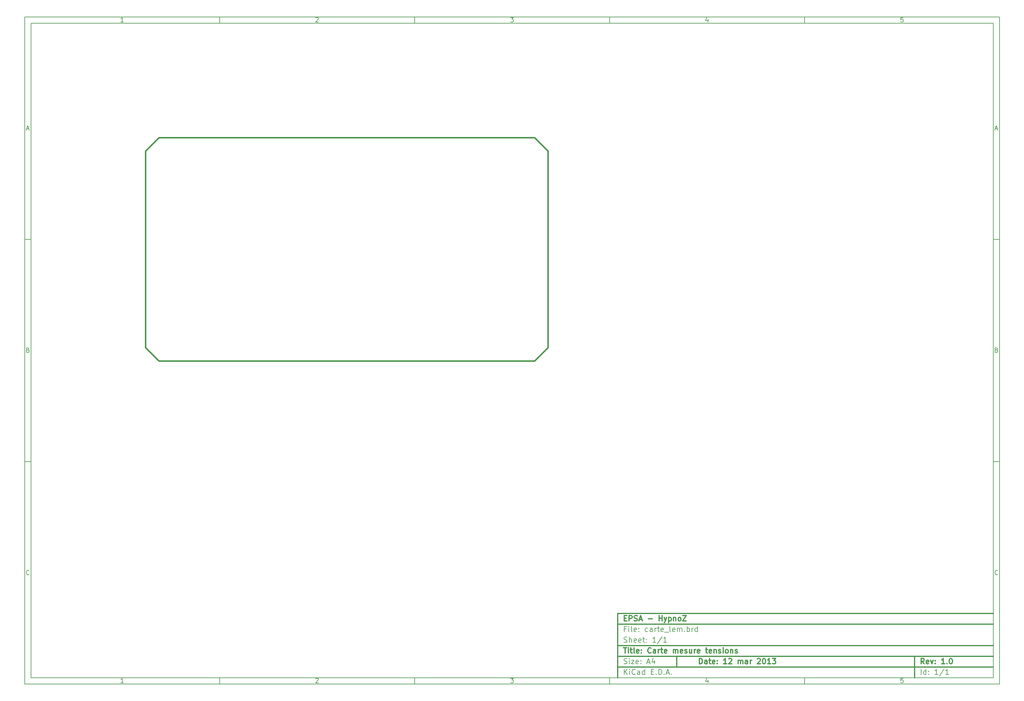
<source format=gbr>
G04 (created by PCBNEW-RS274X (2012-01-19 BZR 3256)-stable) date 12/03/2013 15:31:54*
G01*
G70*
G90*
%MOIN*%
G04 Gerber Fmt 3.4, Leading zero omitted, Abs format*
%FSLAX34Y34*%
G04 APERTURE LIST*
%ADD10C,0.006000*%
%ADD11C,0.012000*%
%ADD12C,0.015000*%
G04 APERTURE END LIST*
G54D10*
X04000Y-04000D02*
X113000Y-04000D01*
X113000Y-78670D01*
X04000Y-78670D01*
X04000Y-04000D01*
X04700Y-04700D02*
X112300Y-04700D01*
X112300Y-77970D01*
X04700Y-77970D01*
X04700Y-04700D01*
X25800Y-04000D02*
X25800Y-04700D01*
X15043Y-04552D02*
X14757Y-04552D01*
X14900Y-04552D02*
X14900Y-04052D01*
X14852Y-04124D01*
X14805Y-04171D01*
X14757Y-04195D01*
X25800Y-78670D02*
X25800Y-77970D01*
X15043Y-78522D02*
X14757Y-78522D01*
X14900Y-78522D02*
X14900Y-78022D01*
X14852Y-78094D01*
X14805Y-78141D01*
X14757Y-78165D01*
X47600Y-04000D02*
X47600Y-04700D01*
X36557Y-04100D02*
X36581Y-04076D01*
X36629Y-04052D01*
X36748Y-04052D01*
X36795Y-04076D01*
X36819Y-04100D01*
X36843Y-04148D01*
X36843Y-04195D01*
X36819Y-04267D01*
X36533Y-04552D01*
X36843Y-04552D01*
X47600Y-78670D02*
X47600Y-77970D01*
X36557Y-78070D02*
X36581Y-78046D01*
X36629Y-78022D01*
X36748Y-78022D01*
X36795Y-78046D01*
X36819Y-78070D01*
X36843Y-78118D01*
X36843Y-78165D01*
X36819Y-78237D01*
X36533Y-78522D01*
X36843Y-78522D01*
X69400Y-04000D02*
X69400Y-04700D01*
X58333Y-04052D02*
X58643Y-04052D01*
X58476Y-04243D01*
X58548Y-04243D01*
X58595Y-04267D01*
X58619Y-04290D01*
X58643Y-04338D01*
X58643Y-04457D01*
X58619Y-04505D01*
X58595Y-04529D01*
X58548Y-04552D01*
X58405Y-04552D01*
X58357Y-04529D01*
X58333Y-04505D01*
X69400Y-78670D02*
X69400Y-77970D01*
X58333Y-78022D02*
X58643Y-78022D01*
X58476Y-78213D01*
X58548Y-78213D01*
X58595Y-78237D01*
X58619Y-78260D01*
X58643Y-78308D01*
X58643Y-78427D01*
X58619Y-78475D01*
X58595Y-78499D01*
X58548Y-78522D01*
X58405Y-78522D01*
X58357Y-78499D01*
X58333Y-78475D01*
X91200Y-04000D02*
X91200Y-04700D01*
X80395Y-04219D02*
X80395Y-04552D01*
X80276Y-04029D02*
X80157Y-04386D01*
X80467Y-04386D01*
X91200Y-78670D02*
X91200Y-77970D01*
X80395Y-78189D02*
X80395Y-78522D01*
X80276Y-77999D02*
X80157Y-78356D01*
X80467Y-78356D01*
X102219Y-04052D02*
X101981Y-04052D01*
X101957Y-04290D01*
X101981Y-04267D01*
X102029Y-04243D01*
X102148Y-04243D01*
X102195Y-04267D01*
X102219Y-04290D01*
X102243Y-04338D01*
X102243Y-04457D01*
X102219Y-04505D01*
X102195Y-04529D01*
X102148Y-04552D01*
X102029Y-04552D01*
X101981Y-04529D01*
X101957Y-04505D01*
X102219Y-78022D02*
X101981Y-78022D01*
X101957Y-78260D01*
X101981Y-78237D01*
X102029Y-78213D01*
X102148Y-78213D01*
X102195Y-78237D01*
X102219Y-78260D01*
X102243Y-78308D01*
X102243Y-78427D01*
X102219Y-78475D01*
X102195Y-78499D01*
X102148Y-78522D01*
X102029Y-78522D01*
X101981Y-78499D01*
X101957Y-78475D01*
X04000Y-28890D02*
X04700Y-28890D01*
X04231Y-16510D02*
X04469Y-16510D01*
X04184Y-16652D02*
X04350Y-16152D01*
X04517Y-16652D01*
X113000Y-28890D02*
X112300Y-28890D01*
X112531Y-16510D02*
X112769Y-16510D01*
X112484Y-16652D02*
X112650Y-16152D01*
X112817Y-16652D01*
X04000Y-53780D02*
X04700Y-53780D01*
X04386Y-41280D02*
X04457Y-41304D01*
X04481Y-41328D01*
X04505Y-41376D01*
X04505Y-41447D01*
X04481Y-41495D01*
X04457Y-41519D01*
X04410Y-41542D01*
X04219Y-41542D01*
X04219Y-41042D01*
X04386Y-41042D01*
X04433Y-41066D01*
X04457Y-41090D01*
X04481Y-41138D01*
X04481Y-41185D01*
X04457Y-41233D01*
X04433Y-41257D01*
X04386Y-41280D01*
X04219Y-41280D01*
X113000Y-53780D02*
X112300Y-53780D01*
X112686Y-41280D02*
X112757Y-41304D01*
X112781Y-41328D01*
X112805Y-41376D01*
X112805Y-41447D01*
X112781Y-41495D01*
X112757Y-41519D01*
X112710Y-41542D01*
X112519Y-41542D01*
X112519Y-41042D01*
X112686Y-41042D01*
X112733Y-41066D01*
X112757Y-41090D01*
X112781Y-41138D01*
X112781Y-41185D01*
X112757Y-41233D01*
X112733Y-41257D01*
X112686Y-41280D01*
X112519Y-41280D01*
X04505Y-66385D02*
X04481Y-66409D01*
X04410Y-66432D01*
X04362Y-66432D01*
X04290Y-66409D01*
X04243Y-66361D01*
X04219Y-66313D01*
X04195Y-66218D01*
X04195Y-66147D01*
X04219Y-66051D01*
X04243Y-66004D01*
X04290Y-65956D01*
X04362Y-65932D01*
X04410Y-65932D01*
X04481Y-65956D01*
X04505Y-65980D01*
X112805Y-66385D02*
X112781Y-66409D01*
X112710Y-66432D01*
X112662Y-66432D01*
X112590Y-66409D01*
X112543Y-66361D01*
X112519Y-66313D01*
X112495Y-66218D01*
X112495Y-66147D01*
X112519Y-66051D01*
X112543Y-66004D01*
X112590Y-65956D01*
X112662Y-65932D01*
X112710Y-65932D01*
X112781Y-65956D01*
X112805Y-65980D01*
G54D11*
X79443Y-76413D02*
X79443Y-75813D01*
X79586Y-75813D01*
X79671Y-75841D01*
X79729Y-75899D01*
X79757Y-75956D01*
X79786Y-76070D01*
X79786Y-76156D01*
X79757Y-76270D01*
X79729Y-76327D01*
X79671Y-76384D01*
X79586Y-76413D01*
X79443Y-76413D01*
X80300Y-76413D02*
X80300Y-76099D01*
X80271Y-76041D01*
X80214Y-76013D01*
X80100Y-76013D01*
X80043Y-76041D01*
X80300Y-76384D02*
X80243Y-76413D01*
X80100Y-76413D01*
X80043Y-76384D01*
X80014Y-76327D01*
X80014Y-76270D01*
X80043Y-76213D01*
X80100Y-76184D01*
X80243Y-76184D01*
X80300Y-76156D01*
X80500Y-76013D02*
X80729Y-76013D01*
X80586Y-75813D02*
X80586Y-76327D01*
X80614Y-76384D01*
X80672Y-76413D01*
X80729Y-76413D01*
X81157Y-76384D02*
X81100Y-76413D01*
X80986Y-76413D01*
X80929Y-76384D01*
X80900Y-76327D01*
X80900Y-76099D01*
X80929Y-76041D01*
X80986Y-76013D01*
X81100Y-76013D01*
X81157Y-76041D01*
X81186Y-76099D01*
X81186Y-76156D01*
X80900Y-76213D01*
X81443Y-76356D02*
X81471Y-76384D01*
X81443Y-76413D01*
X81414Y-76384D01*
X81443Y-76356D01*
X81443Y-76413D01*
X81443Y-76041D02*
X81471Y-76070D01*
X81443Y-76099D01*
X81414Y-76070D01*
X81443Y-76041D01*
X81443Y-76099D01*
X82500Y-76413D02*
X82157Y-76413D01*
X82329Y-76413D02*
X82329Y-75813D01*
X82272Y-75899D01*
X82214Y-75956D01*
X82157Y-75984D01*
X82728Y-75870D02*
X82757Y-75841D01*
X82814Y-75813D01*
X82957Y-75813D01*
X83014Y-75841D01*
X83043Y-75870D01*
X83071Y-75927D01*
X83071Y-75984D01*
X83043Y-76070D01*
X82700Y-76413D01*
X83071Y-76413D01*
X83785Y-76413D02*
X83785Y-76013D01*
X83785Y-76070D02*
X83813Y-76041D01*
X83871Y-76013D01*
X83956Y-76013D01*
X84013Y-76041D01*
X84042Y-76099D01*
X84042Y-76413D01*
X84042Y-76099D02*
X84071Y-76041D01*
X84128Y-76013D01*
X84213Y-76013D01*
X84271Y-76041D01*
X84299Y-76099D01*
X84299Y-76413D01*
X84842Y-76413D02*
X84842Y-76099D01*
X84813Y-76041D01*
X84756Y-76013D01*
X84642Y-76013D01*
X84585Y-76041D01*
X84842Y-76384D02*
X84785Y-76413D01*
X84642Y-76413D01*
X84585Y-76384D01*
X84556Y-76327D01*
X84556Y-76270D01*
X84585Y-76213D01*
X84642Y-76184D01*
X84785Y-76184D01*
X84842Y-76156D01*
X85128Y-76413D02*
X85128Y-76013D01*
X85128Y-76127D02*
X85156Y-76070D01*
X85185Y-76041D01*
X85242Y-76013D01*
X85299Y-76013D01*
X85927Y-75870D02*
X85956Y-75841D01*
X86013Y-75813D01*
X86156Y-75813D01*
X86213Y-75841D01*
X86242Y-75870D01*
X86270Y-75927D01*
X86270Y-75984D01*
X86242Y-76070D01*
X85899Y-76413D01*
X86270Y-76413D01*
X86641Y-75813D02*
X86698Y-75813D01*
X86755Y-75841D01*
X86784Y-75870D01*
X86813Y-75927D01*
X86841Y-76041D01*
X86841Y-76184D01*
X86813Y-76299D01*
X86784Y-76356D01*
X86755Y-76384D01*
X86698Y-76413D01*
X86641Y-76413D01*
X86584Y-76384D01*
X86555Y-76356D01*
X86527Y-76299D01*
X86498Y-76184D01*
X86498Y-76041D01*
X86527Y-75927D01*
X86555Y-75870D01*
X86584Y-75841D01*
X86641Y-75813D01*
X87412Y-76413D02*
X87069Y-76413D01*
X87241Y-76413D02*
X87241Y-75813D01*
X87184Y-75899D01*
X87126Y-75956D01*
X87069Y-75984D01*
X87612Y-75813D02*
X87983Y-75813D01*
X87783Y-76041D01*
X87869Y-76041D01*
X87926Y-76070D01*
X87955Y-76099D01*
X87983Y-76156D01*
X87983Y-76299D01*
X87955Y-76356D01*
X87926Y-76384D01*
X87869Y-76413D01*
X87697Y-76413D01*
X87640Y-76384D01*
X87612Y-76356D01*
G54D10*
X71043Y-77613D02*
X71043Y-77013D01*
X71386Y-77613D02*
X71129Y-77270D01*
X71386Y-77013D02*
X71043Y-77356D01*
X71643Y-77613D02*
X71643Y-77213D01*
X71643Y-77013D02*
X71614Y-77041D01*
X71643Y-77070D01*
X71671Y-77041D01*
X71643Y-77013D01*
X71643Y-77070D01*
X72272Y-77556D02*
X72243Y-77584D01*
X72157Y-77613D01*
X72100Y-77613D01*
X72015Y-77584D01*
X71957Y-77527D01*
X71929Y-77470D01*
X71900Y-77356D01*
X71900Y-77270D01*
X71929Y-77156D01*
X71957Y-77099D01*
X72015Y-77041D01*
X72100Y-77013D01*
X72157Y-77013D01*
X72243Y-77041D01*
X72272Y-77070D01*
X72786Y-77613D02*
X72786Y-77299D01*
X72757Y-77241D01*
X72700Y-77213D01*
X72586Y-77213D01*
X72529Y-77241D01*
X72786Y-77584D02*
X72729Y-77613D01*
X72586Y-77613D01*
X72529Y-77584D01*
X72500Y-77527D01*
X72500Y-77470D01*
X72529Y-77413D01*
X72586Y-77384D01*
X72729Y-77384D01*
X72786Y-77356D01*
X73329Y-77613D02*
X73329Y-77013D01*
X73329Y-77584D02*
X73272Y-77613D01*
X73158Y-77613D01*
X73100Y-77584D01*
X73072Y-77556D01*
X73043Y-77499D01*
X73043Y-77327D01*
X73072Y-77270D01*
X73100Y-77241D01*
X73158Y-77213D01*
X73272Y-77213D01*
X73329Y-77241D01*
X74072Y-77299D02*
X74272Y-77299D01*
X74358Y-77613D02*
X74072Y-77613D01*
X74072Y-77013D01*
X74358Y-77013D01*
X74615Y-77556D02*
X74643Y-77584D01*
X74615Y-77613D01*
X74586Y-77584D01*
X74615Y-77556D01*
X74615Y-77613D01*
X74901Y-77613D02*
X74901Y-77013D01*
X75044Y-77013D01*
X75129Y-77041D01*
X75187Y-77099D01*
X75215Y-77156D01*
X75244Y-77270D01*
X75244Y-77356D01*
X75215Y-77470D01*
X75187Y-77527D01*
X75129Y-77584D01*
X75044Y-77613D01*
X74901Y-77613D01*
X75501Y-77556D02*
X75529Y-77584D01*
X75501Y-77613D01*
X75472Y-77584D01*
X75501Y-77556D01*
X75501Y-77613D01*
X75758Y-77441D02*
X76044Y-77441D01*
X75701Y-77613D02*
X75901Y-77013D01*
X76101Y-77613D01*
X76301Y-77556D02*
X76329Y-77584D01*
X76301Y-77613D01*
X76272Y-77584D01*
X76301Y-77556D01*
X76301Y-77613D01*
G54D11*
X104586Y-76413D02*
X104386Y-76127D01*
X104243Y-76413D02*
X104243Y-75813D01*
X104471Y-75813D01*
X104529Y-75841D01*
X104557Y-75870D01*
X104586Y-75927D01*
X104586Y-76013D01*
X104557Y-76070D01*
X104529Y-76099D01*
X104471Y-76127D01*
X104243Y-76127D01*
X105071Y-76384D02*
X105014Y-76413D01*
X104900Y-76413D01*
X104843Y-76384D01*
X104814Y-76327D01*
X104814Y-76099D01*
X104843Y-76041D01*
X104900Y-76013D01*
X105014Y-76013D01*
X105071Y-76041D01*
X105100Y-76099D01*
X105100Y-76156D01*
X104814Y-76213D01*
X105300Y-76013D02*
X105443Y-76413D01*
X105585Y-76013D01*
X105814Y-76356D02*
X105842Y-76384D01*
X105814Y-76413D01*
X105785Y-76384D01*
X105814Y-76356D01*
X105814Y-76413D01*
X105814Y-76041D02*
X105842Y-76070D01*
X105814Y-76099D01*
X105785Y-76070D01*
X105814Y-76041D01*
X105814Y-76099D01*
X106871Y-76413D02*
X106528Y-76413D01*
X106700Y-76413D02*
X106700Y-75813D01*
X106643Y-75899D01*
X106585Y-75956D01*
X106528Y-75984D01*
X107128Y-76356D02*
X107156Y-76384D01*
X107128Y-76413D01*
X107099Y-76384D01*
X107128Y-76356D01*
X107128Y-76413D01*
X107528Y-75813D02*
X107585Y-75813D01*
X107642Y-75841D01*
X107671Y-75870D01*
X107700Y-75927D01*
X107728Y-76041D01*
X107728Y-76184D01*
X107700Y-76299D01*
X107671Y-76356D01*
X107642Y-76384D01*
X107585Y-76413D01*
X107528Y-76413D01*
X107471Y-76384D01*
X107442Y-76356D01*
X107414Y-76299D01*
X107385Y-76184D01*
X107385Y-76041D01*
X107414Y-75927D01*
X107442Y-75870D01*
X107471Y-75841D01*
X107528Y-75813D01*
G54D10*
X71014Y-76384D02*
X71100Y-76413D01*
X71243Y-76413D01*
X71300Y-76384D01*
X71329Y-76356D01*
X71357Y-76299D01*
X71357Y-76241D01*
X71329Y-76184D01*
X71300Y-76156D01*
X71243Y-76127D01*
X71129Y-76099D01*
X71071Y-76070D01*
X71043Y-76041D01*
X71014Y-75984D01*
X71014Y-75927D01*
X71043Y-75870D01*
X71071Y-75841D01*
X71129Y-75813D01*
X71271Y-75813D01*
X71357Y-75841D01*
X71614Y-76413D02*
X71614Y-76013D01*
X71614Y-75813D02*
X71585Y-75841D01*
X71614Y-75870D01*
X71642Y-75841D01*
X71614Y-75813D01*
X71614Y-75870D01*
X71843Y-76013D02*
X72157Y-76013D01*
X71843Y-76413D01*
X72157Y-76413D01*
X72614Y-76384D02*
X72557Y-76413D01*
X72443Y-76413D01*
X72386Y-76384D01*
X72357Y-76327D01*
X72357Y-76099D01*
X72386Y-76041D01*
X72443Y-76013D01*
X72557Y-76013D01*
X72614Y-76041D01*
X72643Y-76099D01*
X72643Y-76156D01*
X72357Y-76213D01*
X72900Y-76356D02*
X72928Y-76384D01*
X72900Y-76413D01*
X72871Y-76384D01*
X72900Y-76356D01*
X72900Y-76413D01*
X72900Y-76041D02*
X72928Y-76070D01*
X72900Y-76099D01*
X72871Y-76070D01*
X72900Y-76041D01*
X72900Y-76099D01*
X73614Y-76241D02*
X73900Y-76241D01*
X73557Y-76413D02*
X73757Y-75813D01*
X73957Y-76413D01*
X74414Y-76013D02*
X74414Y-76413D01*
X74271Y-75784D02*
X74128Y-76213D01*
X74500Y-76213D01*
X104243Y-77613D02*
X104243Y-77013D01*
X104786Y-77613D02*
X104786Y-77013D01*
X104786Y-77584D02*
X104729Y-77613D01*
X104615Y-77613D01*
X104557Y-77584D01*
X104529Y-77556D01*
X104500Y-77499D01*
X104500Y-77327D01*
X104529Y-77270D01*
X104557Y-77241D01*
X104615Y-77213D01*
X104729Y-77213D01*
X104786Y-77241D01*
X105072Y-77556D02*
X105100Y-77584D01*
X105072Y-77613D01*
X105043Y-77584D01*
X105072Y-77556D01*
X105072Y-77613D01*
X105072Y-77241D02*
X105100Y-77270D01*
X105072Y-77299D01*
X105043Y-77270D01*
X105072Y-77241D01*
X105072Y-77299D01*
X106129Y-77613D02*
X105786Y-77613D01*
X105958Y-77613D02*
X105958Y-77013D01*
X105901Y-77099D01*
X105843Y-77156D01*
X105786Y-77184D01*
X106814Y-76984D02*
X106300Y-77756D01*
X107329Y-77613D02*
X106986Y-77613D01*
X107158Y-77613D02*
X107158Y-77013D01*
X107101Y-77099D01*
X107043Y-77156D01*
X106986Y-77184D01*
G54D11*
X70957Y-74613D02*
X71300Y-74613D01*
X71129Y-75213D02*
X71129Y-74613D01*
X71500Y-75213D02*
X71500Y-74813D01*
X71500Y-74613D02*
X71471Y-74641D01*
X71500Y-74670D01*
X71528Y-74641D01*
X71500Y-74613D01*
X71500Y-74670D01*
X71700Y-74813D02*
X71929Y-74813D01*
X71786Y-74613D02*
X71786Y-75127D01*
X71814Y-75184D01*
X71872Y-75213D01*
X71929Y-75213D01*
X72215Y-75213D02*
X72157Y-75184D01*
X72129Y-75127D01*
X72129Y-74613D01*
X72671Y-75184D02*
X72614Y-75213D01*
X72500Y-75213D01*
X72443Y-75184D01*
X72414Y-75127D01*
X72414Y-74899D01*
X72443Y-74841D01*
X72500Y-74813D01*
X72614Y-74813D01*
X72671Y-74841D01*
X72700Y-74899D01*
X72700Y-74956D01*
X72414Y-75013D01*
X72957Y-75156D02*
X72985Y-75184D01*
X72957Y-75213D01*
X72928Y-75184D01*
X72957Y-75156D01*
X72957Y-75213D01*
X72957Y-74841D02*
X72985Y-74870D01*
X72957Y-74899D01*
X72928Y-74870D01*
X72957Y-74841D01*
X72957Y-74899D01*
X74043Y-75156D02*
X74014Y-75184D01*
X73928Y-75213D01*
X73871Y-75213D01*
X73786Y-75184D01*
X73728Y-75127D01*
X73700Y-75070D01*
X73671Y-74956D01*
X73671Y-74870D01*
X73700Y-74756D01*
X73728Y-74699D01*
X73786Y-74641D01*
X73871Y-74613D01*
X73928Y-74613D01*
X74014Y-74641D01*
X74043Y-74670D01*
X74557Y-75213D02*
X74557Y-74899D01*
X74528Y-74841D01*
X74471Y-74813D01*
X74357Y-74813D01*
X74300Y-74841D01*
X74557Y-75184D02*
X74500Y-75213D01*
X74357Y-75213D01*
X74300Y-75184D01*
X74271Y-75127D01*
X74271Y-75070D01*
X74300Y-75013D01*
X74357Y-74984D01*
X74500Y-74984D01*
X74557Y-74956D01*
X74843Y-75213D02*
X74843Y-74813D01*
X74843Y-74927D02*
X74871Y-74870D01*
X74900Y-74841D01*
X74957Y-74813D01*
X75014Y-74813D01*
X75128Y-74813D02*
X75357Y-74813D01*
X75214Y-74613D02*
X75214Y-75127D01*
X75242Y-75184D01*
X75300Y-75213D01*
X75357Y-75213D01*
X75785Y-75184D02*
X75728Y-75213D01*
X75614Y-75213D01*
X75557Y-75184D01*
X75528Y-75127D01*
X75528Y-74899D01*
X75557Y-74841D01*
X75614Y-74813D01*
X75728Y-74813D01*
X75785Y-74841D01*
X75814Y-74899D01*
X75814Y-74956D01*
X75528Y-75013D01*
X76528Y-75213D02*
X76528Y-74813D01*
X76528Y-74870D02*
X76556Y-74841D01*
X76614Y-74813D01*
X76699Y-74813D01*
X76756Y-74841D01*
X76785Y-74899D01*
X76785Y-75213D01*
X76785Y-74899D02*
X76814Y-74841D01*
X76871Y-74813D01*
X76956Y-74813D01*
X77014Y-74841D01*
X77042Y-74899D01*
X77042Y-75213D01*
X77556Y-75184D02*
X77499Y-75213D01*
X77385Y-75213D01*
X77328Y-75184D01*
X77299Y-75127D01*
X77299Y-74899D01*
X77328Y-74841D01*
X77385Y-74813D01*
X77499Y-74813D01*
X77556Y-74841D01*
X77585Y-74899D01*
X77585Y-74956D01*
X77299Y-75013D01*
X77813Y-75184D02*
X77870Y-75213D01*
X77985Y-75213D01*
X78042Y-75184D01*
X78070Y-75127D01*
X78070Y-75099D01*
X78042Y-75041D01*
X77985Y-75013D01*
X77899Y-75013D01*
X77842Y-74984D01*
X77813Y-74927D01*
X77813Y-74899D01*
X77842Y-74841D01*
X77899Y-74813D01*
X77985Y-74813D01*
X78042Y-74841D01*
X78585Y-74813D02*
X78585Y-75213D01*
X78328Y-74813D02*
X78328Y-75127D01*
X78356Y-75184D01*
X78414Y-75213D01*
X78499Y-75213D01*
X78556Y-75184D01*
X78585Y-75156D01*
X78871Y-75213D02*
X78871Y-74813D01*
X78871Y-74927D02*
X78899Y-74870D01*
X78928Y-74841D01*
X78985Y-74813D01*
X79042Y-74813D01*
X79470Y-75184D02*
X79413Y-75213D01*
X79299Y-75213D01*
X79242Y-75184D01*
X79213Y-75127D01*
X79213Y-74899D01*
X79242Y-74841D01*
X79299Y-74813D01*
X79413Y-74813D01*
X79470Y-74841D01*
X79499Y-74899D01*
X79499Y-74956D01*
X79213Y-75013D01*
X80127Y-74813D02*
X80356Y-74813D01*
X80213Y-74613D02*
X80213Y-75127D01*
X80241Y-75184D01*
X80299Y-75213D01*
X80356Y-75213D01*
X80784Y-75184D02*
X80727Y-75213D01*
X80613Y-75213D01*
X80556Y-75184D01*
X80527Y-75127D01*
X80527Y-74899D01*
X80556Y-74841D01*
X80613Y-74813D01*
X80727Y-74813D01*
X80784Y-74841D01*
X80813Y-74899D01*
X80813Y-74956D01*
X80527Y-75013D01*
X81070Y-74813D02*
X81070Y-75213D01*
X81070Y-74870D02*
X81098Y-74841D01*
X81156Y-74813D01*
X81241Y-74813D01*
X81298Y-74841D01*
X81327Y-74899D01*
X81327Y-75213D01*
X81584Y-75184D02*
X81641Y-75213D01*
X81756Y-75213D01*
X81813Y-75184D01*
X81841Y-75127D01*
X81841Y-75099D01*
X81813Y-75041D01*
X81756Y-75013D01*
X81670Y-75013D01*
X81613Y-74984D01*
X81584Y-74927D01*
X81584Y-74899D01*
X81613Y-74841D01*
X81670Y-74813D01*
X81756Y-74813D01*
X81813Y-74841D01*
X82099Y-75213D02*
X82099Y-74813D01*
X82099Y-74613D02*
X82070Y-74641D01*
X82099Y-74670D01*
X82127Y-74641D01*
X82099Y-74613D01*
X82099Y-74670D01*
X82471Y-75213D02*
X82413Y-75184D01*
X82385Y-75156D01*
X82356Y-75099D01*
X82356Y-74927D01*
X82385Y-74870D01*
X82413Y-74841D01*
X82471Y-74813D01*
X82556Y-74813D01*
X82613Y-74841D01*
X82642Y-74870D01*
X82671Y-74927D01*
X82671Y-75099D01*
X82642Y-75156D01*
X82613Y-75184D01*
X82556Y-75213D01*
X82471Y-75213D01*
X82928Y-74813D02*
X82928Y-75213D01*
X82928Y-74870D02*
X82956Y-74841D01*
X83014Y-74813D01*
X83099Y-74813D01*
X83156Y-74841D01*
X83185Y-74899D01*
X83185Y-75213D01*
X83442Y-75184D02*
X83499Y-75213D01*
X83614Y-75213D01*
X83671Y-75184D01*
X83699Y-75127D01*
X83699Y-75099D01*
X83671Y-75041D01*
X83614Y-75013D01*
X83528Y-75013D01*
X83471Y-74984D01*
X83442Y-74927D01*
X83442Y-74899D01*
X83471Y-74841D01*
X83528Y-74813D01*
X83614Y-74813D01*
X83671Y-74841D01*
G54D10*
X71243Y-72499D02*
X71043Y-72499D01*
X71043Y-72813D02*
X71043Y-72213D01*
X71329Y-72213D01*
X71557Y-72813D02*
X71557Y-72413D01*
X71557Y-72213D02*
X71528Y-72241D01*
X71557Y-72270D01*
X71585Y-72241D01*
X71557Y-72213D01*
X71557Y-72270D01*
X71929Y-72813D02*
X71871Y-72784D01*
X71843Y-72727D01*
X71843Y-72213D01*
X72385Y-72784D02*
X72328Y-72813D01*
X72214Y-72813D01*
X72157Y-72784D01*
X72128Y-72727D01*
X72128Y-72499D01*
X72157Y-72441D01*
X72214Y-72413D01*
X72328Y-72413D01*
X72385Y-72441D01*
X72414Y-72499D01*
X72414Y-72556D01*
X72128Y-72613D01*
X72671Y-72756D02*
X72699Y-72784D01*
X72671Y-72813D01*
X72642Y-72784D01*
X72671Y-72756D01*
X72671Y-72813D01*
X72671Y-72441D02*
X72699Y-72470D01*
X72671Y-72499D01*
X72642Y-72470D01*
X72671Y-72441D01*
X72671Y-72499D01*
X73671Y-72784D02*
X73614Y-72813D01*
X73500Y-72813D01*
X73442Y-72784D01*
X73414Y-72756D01*
X73385Y-72699D01*
X73385Y-72527D01*
X73414Y-72470D01*
X73442Y-72441D01*
X73500Y-72413D01*
X73614Y-72413D01*
X73671Y-72441D01*
X74185Y-72813D02*
X74185Y-72499D01*
X74156Y-72441D01*
X74099Y-72413D01*
X73985Y-72413D01*
X73928Y-72441D01*
X74185Y-72784D02*
X74128Y-72813D01*
X73985Y-72813D01*
X73928Y-72784D01*
X73899Y-72727D01*
X73899Y-72670D01*
X73928Y-72613D01*
X73985Y-72584D01*
X74128Y-72584D01*
X74185Y-72556D01*
X74471Y-72813D02*
X74471Y-72413D01*
X74471Y-72527D02*
X74499Y-72470D01*
X74528Y-72441D01*
X74585Y-72413D01*
X74642Y-72413D01*
X74756Y-72413D02*
X74985Y-72413D01*
X74842Y-72213D02*
X74842Y-72727D01*
X74870Y-72784D01*
X74928Y-72813D01*
X74985Y-72813D01*
X75413Y-72784D02*
X75356Y-72813D01*
X75242Y-72813D01*
X75185Y-72784D01*
X75156Y-72727D01*
X75156Y-72499D01*
X75185Y-72441D01*
X75242Y-72413D01*
X75356Y-72413D01*
X75413Y-72441D01*
X75442Y-72499D01*
X75442Y-72556D01*
X75156Y-72613D01*
X75556Y-72870D02*
X76013Y-72870D01*
X76242Y-72813D02*
X76184Y-72784D01*
X76156Y-72727D01*
X76156Y-72213D01*
X76698Y-72784D02*
X76641Y-72813D01*
X76527Y-72813D01*
X76470Y-72784D01*
X76441Y-72727D01*
X76441Y-72499D01*
X76470Y-72441D01*
X76527Y-72413D01*
X76641Y-72413D01*
X76698Y-72441D01*
X76727Y-72499D01*
X76727Y-72556D01*
X76441Y-72613D01*
X76984Y-72813D02*
X76984Y-72413D01*
X76984Y-72470D02*
X77012Y-72441D01*
X77070Y-72413D01*
X77155Y-72413D01*
X77212Y-72441D01*
X77241Y-72499D01*
X77241Y-72813D01*
X77241Y-72499D02*
X77270Y-72441D01*
X77327Y-72413D01*
X77412Y-72413D01*
X77470Y-72441D01*
X77498Y-72499D01*
X77498Y-72813D01*
X77784Y-72756D02*
X77812Y-72784D01*
X77784Y-72813D01*
X77755Y-72784D01*
X77784Y-72756D01*
X77784Y-72813D01*
X78070Y-72813D02*
X78070Y-72213D01*
X78070Y-72441D02*
X78127Y-72413D01*
X78241Y-72413D01*
X78298Y-72441D01*
X78327Y-72470D01*
X78356Y-72527D01*
X78356Y-72699D01*
X78327Y-72756D01*
X78298Y-72784D01*
X78241Y-72813D01*
X78127Y-72813D01*
X78070Y-72784D01*
X78613Y-72813D02*
X78613Y-72413D01*
X78613Y-72527D02*
X78641Y-72470D01*
X78670Y-72441D01*
X78727Y-72413D01*
X78784Y-72413D01*
X79241Y-72813D02*
X79241Y-72213D01*
X79241Y-72784D02*
X79184Y-72813D01*
X79070Y-72813D01*
X79012Y-72784D01*
X78984Y-72756D01*
X78955Y-72699D01*
X78955Y-72527D01*
X78984Y-72470D01*
X79012Y-72441D01*
X79070Y-72413D01*
X79184Y-72413D01*
X79241Y-72441D01*
X71014Y-73984D02*
X71100Y-74013D01*
X71243Y-74013D01*
X71300Y-73984D01*
X71329Y-73956D01*
X71357Y-73899D01*
X71357Y-73841D01*
X71329Y-73784D01*
X71300Y-73756D01*
X71243Y-73727D01*
X71129Y-73699D01*
X71071Y-73670D01*
X71043Y-73641D01*
X71014Y-73584D01*
X71014Y-73527D01*
X71043Y-73470D01*
X71071Y-73441D01*
X71129Y-73413D01*
X71271Y-73413D01*
X71357Y-73441D01*
X71614Y-74013D02*
X71614Y-73413D01*
X71871Y-74013D02*
X71871Y-73699D01*
X71842Y-73641D01*
X71785Y-73613D01*
X71700Y-73613D01*
X71642Y-73641D01*
X71614Y-73670D01*
X72385Y-73984D02*
X72328Y-74013D01*
X72214Y-74013D01*
X72157Y-73984D01*
X72128Y-73927D01*
X72128Y-73699D01*
X72157Y-73641D01*
X72214Y-73613D01*
X72328Y-73613D01*
X72385Y-73641D01*
X72414Y-73699D01*
X72414Y-73756D01*
X72128Y-73813D01*
X72899Y-73984D02*
X72842Y-74013D01*
X72728Y-74013D01*
X72671Y-73984D01*
X72642Y-73927D01*
X72642Y-73699D01*
X72671Y-73641D01*
X72728Y-73613D01*
X72842Y-73613D01*
X72899Y-73641D01*
X72928Y-73699D01*
X72928Y-73756D01*
X72642Y-73813D01*
X73099Y-73613D02*
X73328Y-73613D01*
X73185Y-73413D02*
X73185Y-73927D01*
X73213Y-73984D01*
X73271Y-74013D01*
X73328Y-74013D01*
X73528Y-73956D02*
X73556Y-73984D01*
X73528Y-74013D01*
X73499Y-73984D01*
X73528Y-73956D01*
X73528Y-74013D01*
X73528Y-73641D02*
X73556Y-73670D01*
X73528Y-73699D01*
X73499Y-73670D01*
X73528Y-73641D01*
X73528Y-73699D01*
X74585Y-74013D02*
X74242Y-74013D01*
X74414Y-74013D02*
X74414Y-73413D01*
X74357Y-73499D01*
X74299Y-73556D01*
X74242Y-73584D01*
X75270Y-73384D02*
X74756Y-74156D01*
X75785Y-74013D02*
X75442Y-74013D01*
X75614Y-74013D02*
X75614Y-73413D01*
X75557Y-73499D01*
X75499Y-73556D01*
X75442Y-73584D01*
G54D11*
X71043Y-71299D02*
X71243Y-71299D01*
X71329Y-71613D02*
X71043Y-71613D01*
X71043Y-71013D01*
X71329Y-71013D01*
X71586Y-71613D02*
X71586Y-71013D01*
X71814Y-71013D01*
X71872Y-71041D01*
X71900Y-71070D01*
X71929Y-71127D01*
X71929Y-71213D01*
X71900Y-71270D01*
X71872Y-71299D01*
X71814Y-71327D01*
X71586Y-71327D01*
X72157Y-71584D02*
X72243Y-71613D01*
X72386Y-71613D01*
X72443Y-71584D01*
X72472Y-71556D01*
X72500Y-71499D01*
X72500Y-71441D01*
X72472Y-71384D01*
X72443Y-71356D01*
X72386Y-71327D01*
X72272Y-71299D01*
X72214Y-71270D01*
X72186Y-71241D01*
X72157Y-71184D01*
X72157Y-71127D01*
X72186Y-71070D01*
X72214Y-71041D01*
X72272Y-71013D01*
X72414Y-71013D01*
X72500Y-71041D01*
X72728Y-71441D02*
X73014Y-71441D01*
X72671Y-71613D02*
X72871Y-71013D01*
X73071Y-71613D01*
X73728Y-71384D02*
X74185Y-71384D01*
X74928Y-71613D02*
X74928Y-71013D01*
X74928Y-71299D02*
X75271Y-71299D01*
X75271Y-71613D02*
X75271Y-71013D01*
X75500Y-71213D02*
X75643Y-71613D01*
X75785Y-71213D02*
X75643Y-71613D01*
X75585Y-71756D01*
X75557Y-71784D01*
X75500Y-71813D01*
X76014Y-71213D02*
X76014Y-71813D01*
X76014Y-71241D02*
X76071Y-71213D01*
X76185Y-71213D01*
X76242Y-71241D01*
X76271Y-71270D01*
X76300Y-71327D01*
X76300Y-71499D01*
X76271Y-71556D01*
X76242Y-71584D01*
X76185Y-71613D01*
X76071Y-71613D01*
X76014Y-71584D01*
X76557Y-71213D02*
X76557Y-71613D01*
X76557Y-71270D02*
X76585Y-71241D01*
X76643Y-71213D01*
X76728Y-71213D01*
X76785Y-71241D01*
X76814Y-71299D01*
X76814Y-71613D01*
X77186Y-71613D02*
X77128Y-71584D01*
X77100Y-71556D01*
X77071Y-71499D01*
X77071Y-71327D01*
X77100Y-71270D01*
X77128Y-71241D01*
X77186Y-71213D01*
X77271Y-71213D01*
X77328Y-71241D01*
X77357Y-71270D01*
X77386Y-71327D01*
X77386Y-71499D01*
X77357Y-71556D01*
X77328Y-71584D01*
X77271Y-71613D01*
X77186Y-71613D01*
X77586Y-71013D02*
X77986Y-71013D01*
X77586Y-71613D01*
X77986Y-71613D01*
X70300Y-70770D02*
X70300Y-77970D01*
X70300Y-71970D02*
X112300Y-71970D01*
X70300Y-70770D02*
X112300Y-70770D01*
X70300Y-74370D02*
X112300Y-74370D01*
X103500Y-75570D02*
X103500Y-77970D01*
X70300Y-76770D02*
X112300Y-76770D01*
X70300Y-75570D02*
X112300Y-75570D01*
X76900Y-75570D02*
X76900Y-76770D01*
G54D12*
X61000Y-42500D02*
X19000Y-42500D01*
X62500Y-41000D02*
X61000Y-42500D01*
X62500Y-19000D02*
X62500Y-41000D01*
X61000Y-17500D02*
X62500Y-19000D01*
X19000Y-17500D02*
X61000Y-17500D01*
X17500Y-19000D02*
X19000Y-17500D01*
X17500Y-41000D02*
X17500Y-19000D01*
X19000Y-42500D02*
X17500Y-41000D01*
M02*

</source>
